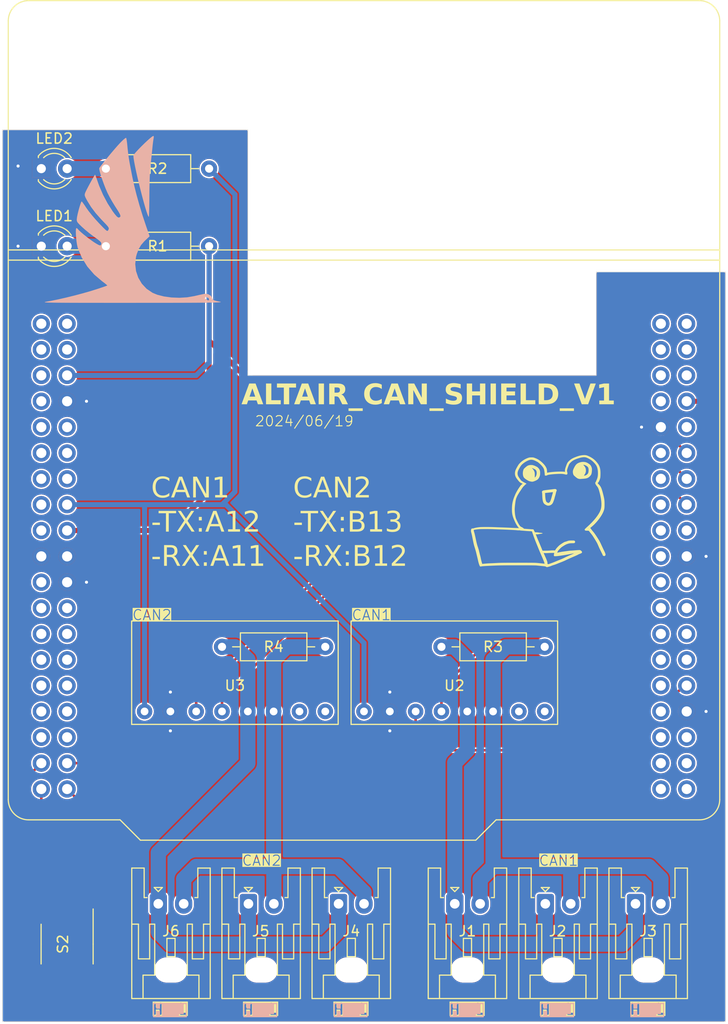
<source format=kicad_pcb>
(kicad_pcb (version 20221018) (generator pcbnew)
  (layers (0 "F.Cu" signal) (31 "B.Cu" signal) (34 "B.Paste" user) (35 "F.Paste" user) (36 "B.SilkS" user "B.Silkscreen") (37 "F.SilkS" user "F.Silkscreen") (38 "B.Mask" user) (39 "F.Mask" user) (44 "Edge.Cuts" user))
  (net 0 "")
  (net 1 "GND")
  (net 2 "+3.3V")
  (net 3 "CANH1")
  (net 4 "CANL1")
  (net 5 "CANH2")
  (net 6 "CANL2")
  (net 7 "Net-(LED2-A)")
  (net 8 "Net-(U1-PC0(PB9))")
  (net 9 "Net-(U1-PC1(PB9))")
  (net 10 "Net-(U1-PC2)")
  (net 11 "Net-(U1-PC3)")
  (net 12 "B13(CTX)")
  (net 13 "B12(CRX)")
  (net 16 "A12(CTX)")
  (net 17 "A11(CRX)")
  (net 23 "Net-(LED1-A)")
  (net 30 "+5V")
  (footprint "AltairMD_V6:altair1" (layer "F.Cu") (at 168.925574 102.317756)
    (fp_text reference "G***" hide)
    (fp_text value "LOGO" hide)
  )
  (footprint "Connector_JST:JST_XA_S02B-XASK-1_1x02_P2.50mm_Horizontal" (layer "F.Cu") (at 176.57 140.82)
    (fp_text reference "J3" (at 1.25 2.69) (layer "F.SilkS"))
    (fp_text value "CAN1")
    (pad "" np_thru_hole oval (at 1.25 6.5) (size 2.8 2) (drill oval 2.8 2) (layers "*.Cu" "*.Mask"))
    (pad "1" thru_hole roundrect (at 0 0) (size 1.7 1.95) (drill 0.95) (layers "*.Cu" "*.Mask") (roundrect_rratio 0.1470588235) (net 3 "CANH1"))
    (pad "2" thru_hole oval (at 2.5 0) (size 1.7 1.95) (drill 0.95) (layers "*.Cu" "*.Mask") (net 4 "CANL1"))
  )
  (footprint "Package_SO:SOIC-8_3.9x4.9mm_P1.27mm" (layer "F.Cu") (at 120.65 144.78 -90)
    (fp_text reference "S2" (at 0 0.416 90) (layer "F.SilkS"))
    (fp_text value "KHS42E")
    (pad "1" smd roundrect (at -2.475 -1.905 270) (size 1.95 0.6) (layers "F.Cu" "F.Paste" "F.Mask") (net 8 "Net-(U1-PC0(PB9))"))
    (pad "2" smd roundrect (at -2.475 -0.635 270) (size 1.95 0.6) (layers "F.Cu" "F.Paste" "F.Mask") (net 9 "Net-(U1-PC1(PB9))"))
    (pad "3" smd roundrect (at -2.475 0.635 270) (size 1.95 0.6) (layers "F.Cu" "F.Paste" "F.Mask") (net 10 "Net-(U1-PC2)"))
    (pad "4" smd roundrect (at -2.475 1.905 270) (size 1.95 0.6) (layers "F.Cu" "F.Paste" "F.Mask") (net 11 "Net-(U1-PC3)"))
    (pad "5" smd roundrect (at 2.475 1.905 270) (size 1.95 0.6) (layers "F.Cu" "F.Paste" "F.Mask") (net 1 "GND"))
    (pad "6" smd roundrect (at 2.475 0.635 270) (size 1.95 0.6) (layers "F.Cu" "F.Paste" "F.Mask") (net 1 "GND"))
    (pad "7" smd roundrect (at 2.475 -0.635 270) (size 1.95 0.6) (layers "F.Cu" "F.Paste" "F.Mask") (net 1 "GND"))
    (pad "8" smd roundrect (at 2.475 -1.905 270) (size 1.95 0.6) (layers "F.Cu" "F.Paste" "F.Mask") (net 1 "GND"))
  )
  (footprint "TJA1051:TJA1051" (layer "F.Cu") (at 158.75 116.84)
    (fp_text reference "U2" (at 0 2.54 unlocked) (layer "F.SilkS"))
    (fp_text value "~")
    (pad "1" thru_hole circle (at -8.89 5.08) (size 1.524 1.524) (drill 0.762) (layers "*.Cu" "*.Mask") (net 2 "+3.3V"))
    (pad "2" thru_hole circle (at -6.35 5.08) (size 1.524 1.524) (drill 0.762) (layers "*.Cu" "*.Mask") (net 1 "GND"))
    (pad "3" thru_hole circle (at -3.81 5.08) (size 1.524 1.524) (drill 0.762) (layers "*.Cu" "*.Mask") (net 12 "B13(CTX)"))
    (pad "4" thru_hole circle (at -1.27 5.08) (size 1.524 1.524) (drill 0.762) (layers "*.Cu" "*.Mask") (net 13 "B12(CRX)"))
    (pad "5" thru_hole circle (at 1.27 5.08) (size 1.524 1.524) (drill 0.762) (layers "*.Cu" "*.Mask") (net 3 "CANH1"))
    (pad "6" thru_hole circle (at 3.81 5.08) (size 1.524 1.524) (drill 0.762) (layers "*.Cu" "*.Mask") (net 4 "CANL1"))
    (pad "7" thru_hole circle (at 6.35 5.08) (size 1.524 1.524) (drill 0.762) (layers "*.Cu" "*.Mask"))
    (pad "8" thru_hole circle (at 8.89 5.08) (size 1.524 1.524) (drill 0.762) (layers "*.Cu" "*.Mask"))
  )
  (footprint "Connector_JST:JST_XA_S02B-XASK-1_1x02_P2.50mm_Horizontal" (layer "F.Cu") (at 167.7 140.82)
    (fp_text reference "J2" (at 1.21 2.69) (layer "F.SilkS"))
    (fp_text value "CAN1")
    (pad "" np_thru_hole oval (at 1.25 6.5) (size 2.8 2) (drill oval 2.8 2) (layers "*.Cu" "*.Mask"))
    (pad "1" thru_hole roundrect (at 0 0) (size 1.7 1.95) (drill 0.95) (layers "*.Cu" "*.Mask") (roundrect_rratio 0.1470588235) (net 3 "CANH1"))
    (pad "2" thru_hole oval (at 2.5 0) (size 1.7 1.95) (drill 0.95) (layers "*.Cu" "*.Mask") (net 4 "CANL1"))
  )
  (footprint "Resistor_THT:R_Axial_DIN0207_L6.3mm_D2.5mm_P10.16mm_Horizontal" (layer "F.Cu") (at 157.48 115.57)
    (fp_text reference "R3" (at 5.08 0) (layer "F.SilkS"))
    (fp_text value "110")
    (pad "1" thru_hole circle (at 0 0) (size 1.6 1.6) (drill 0.8) (layers "*.Cu" "*.Mask") (net 3 "CANH1"))
    (pad "2" thru_hole oval (at 10.16 0) (size 1.6 1.6) (drill 0.8) (layers "*.Cu" "*.Mask") (net 4 "CANL1"))
  )
  (footprint "TJA1051:TJA1051" (layer "F.Cu") (at 137.16 116.84)
    (fp_text reference "U3" (at 0 2.54 unlocked) (layer "F.SilkS"))
    (fp_text value "~")
    (pad "1" thru_hole circle (at -8.89 5.08) (size 1.524 1.524) (drill 0.762) (layers "*.Cu" "*.Mask") (net 2 "+3.3V"))
    (pad "2" thru_hole circle (at -6.35 5.08) (size 1.524 1.524) (drill 0.762) (layers "*.Cu" "*.Mask") (net 1 "GND"))
    (pad "3" thru_hole circle (at -3.81 5.08) (size 1.524 1.524) (drill 0.762) (layers "*.Cu" "*.Mask") (net 16 "A12(CTX)"))
    (pad "4" thru_hole circle (at -1.27 5.08) (size 1.524 1.524) (drill 0.762) (layers "*.Cu" "*.Mask") (net 17 "A11(CRX)"))
    (pad "5" thru_hole circle (at 1.27 5.08) (size 1.524 1.524) (drill 0.762) (layers "*.Cu" "*.Mask") (net 5 "CANH2"))
    (pad "6" thru_hole circle (at 3.81 5.08) (size 1.524 1.524) (drill 0.762) (layers "*.Cu" "*.Mask") (net 6 "CANL2"))
    (pad "7" thru_hole circle (at 6.35 5.08) (size 1.524 1.524) (drill 0.762) (layers "*.Cu" "*.Mask"))
    (pad "8" thru_hole circle (at 8.89 5.08) (size 1.524 1.524) (drill 0.762) (layers "*.Cu" "*.Mask"))
  )
  (footprint "Connector_JST:JST_XA_S02B-XASK-1_1x02_P2.50mm_Horizontal" (layer "F.Cu") (at 147.36 140.82)
    (fp_text reference "J4" (at 1.25 2.69) (layer "F.SilkS"))
    (fp_text value "CAN2")
    (pad "" np_thru_hole oval (at 1.25 6.5) (size 2.8 2) (drill oval 2.8 2) (layers "*.Cu" "*.Mask"))
    (pad "1" thru_hole roundrect (at 0 0) (size 1.7 1.95) (drill 0.95) (layers "*.Cu" "*.Mask") (roundrect_rratio 0.1470588235) (net 5 "CANH2"))
    (pad "2" thru_hole oval (at 2.5 0) (size 1.7 1.95) (drill 0.95) (layers "*.Cu" "*.Mask") (net 6 "CANL2"))
  )
  (footprint "Resistor_THT:R_Axial_DIN0207_L6.3mm_D2.5mm_P10.16mm_Horizontal" (layer "F.Cu") (at 135.89 115.57)
    (fp_text reference "R4" (at 5.08 0) (layer "F.SilkS"))
    (fp_text value "110")
    (pad "1" thru_hole circle (at 0 0) (size 1.6 1.6) (drill 0.8) (layers "*.Cu" "*.Mask") (net 5 "CANH2"))
    (pad "2" thru_hole oval (at 10.16 0) (size 1.6 1.6) (drill 0.8) (layers "*.Cu" "*.Mask") (net 6 "CANL2"))
  )
  (footprint "LED_THT:LED_D3.0mm" (layer "F.Cu") (at 118.11 68.58)
    (fp_text reference "LED2" (at 1.27 -2.96) (layer "F.SilkS"))
    (fp_text value "3.3v")
    (pad "1" thru_hole rect (at 0 0) (size 1.8 1.8) (drill 0.9) (layers "*.Cu" "*.Mask") (net 1 "GND"))
    (pad "2" thru_hole circle (at 2.54 0) (size 1.8 1.8) (drill 0.9) (layers "*.Cu" "*.Mask") (net 7 "Net-(LED2-A)"))
  )
  (footprint "Connector_JST:JST_XA_S02B-XASK-1_1x02_P2.50mm_Horizontal" (layer "F.Cu") (at 138.49 140.82)
    (fp_text reference "J5" (at 1.21 2.69) (layer "F.SilkS"))
    (fp_text value "CAN2")
    (pad "" np_thru_hole oval (at 1.25 6.5) (size 2.8 2) (drill oval 2.8 2) (layers "*.Cu" "*.Mask"))
    (pad "1" thru_hole roundrect (at 0 0) (size 1.7 1.95) (drill 0.95) (layers "*.Cu" "*.Mask") (roundrect_rratio 0.1470588235) (net 5 "CANH2"))
    (pad "2" thru_hole oval (at 2.5 0) (size 1.7 1.95) (drill 0.95) (layers "*.Cu" "*.Mask") (net 6 "CANL2"))
  )
  (footprint "Connector_JST:JST_XA_S02B-XASK-1_1x02_P2.50mm_Horizontal" (layer "F.Cu") (at 158.79 140.82)
    (fp_text reference "J1" (at 1.25 2.69) (layer "F.SilkS"))
    (fp_text value "CAN1")
    (pad "" np_thru_hole oval (at 1.25 6.5) (size 2.8 2) (drill oval 2.8 2) (layers "*.Cu" "*.Mask"))
    (pad "1" thru_hole roundrect (at 0 0) (size 1.7 1.95) (drill 0.95) (layers "*.Cu" "*.Mask") (roundrect_rratio 0.1470588235) (net 3 "CANH1"))
    (pad "2" thru_hole oval (at 2.5 0) (size 1.7 1.95) (drill 0.95) (layers "*.Cu" "*.Mask") (net 4 "CANL1"))
  )
  (footprint "LED_THT:LED_D3.0mm" (layer "F.Cu") (at 118.11 76.2)
    (fp_text reference "LED1" (at 1.27 -2.96) (layer "F.SilkS"))
    (fp_text value "5v")
    (pad "1" thru_hole rect (at 0 0) (size 1.8 1.8) (drill 0.9) (layers "*.Cu" "*.Mask") (net 1 "GND"))
    (pad "2" thru_hole circle (at 2.54 0) (size 1.8 1.8) (drill 0.9) (layers "*.Cu" "*.Mask") (net 23 "Net-(LED1-A)"))
  )
  (footprint "Library:STM32F446RE_Nucleo" (layer "F.Cu") (at 148.774214 104.984214)
    (fp_text reference "U1" hide)
    (fp_text value "~" hide)
    (pad "1" thru_hole circle (at -28.124214 -5.924214) (size 1.7 1.7) (drill 1) (layers "*.Cu" "*.Mask"))
    (pad "2" thru_hole circle (at -30.664214 -13.544214) (size 1.7 1.7) (drill 1) (layers "*.Cu" "*.Mask"))
    (pad "3" thru_hole circle (at -28.124214 -8.464214) (size 1.7 1.7) (drill 1) (layers "*.Cu" "*.Mask"))
    (pad "4" thru_hole circle (at 30.295786 -13.544214) (size 1.7 1.7) (drill 1) (layers "*.Cu" "*.Mask"))
    (pad "5" thru_hole circle (at -30.664214 -16.084214) (size 1.7 1.7) (drill 1) (layers "*.Cu" "*.Mask"))
    (pad "6" thru_hole circle (at -30.664214 19.475786) (size 1.7 1.7) (drill 1) (layers "*.Cu" "*.Mask"))
    (pad "7" thru_hole circle (at -28.124214 6.775786) (size 1.7 1.7) (drill 1) (layers "*.Cu" "*.Mask"))
    (pad "8" thru_hole circle (at 32.835786 -13.544214) (size 1.7 1.7) (drill 1) (layers "*.Cu" "*.Mask") (net 30 "+5V"))
    (pad "9" thru_hole circle (at -28.124214 -16.084214) (size 1.7 1.7) (drill 1) (layers "*.Cu" "*.Mask") (net 30 "+5V"))
    (pad "10" thru_hole circle (at -28.124214 -0.844214) (size 1.7 1.7) (drill 1) (layers "*.Cu" "*.Mask") (net 30 "+5V"))
    (pad "11" thru_hole circle (at -28.124214 -3.384214) (size 1.7 1.7) (drill 1) (layers "*.Cu" "*.Mask") (net 2 "+3.3V"))
    (pad "12" thru_hole circle (at -28.124214 11.855786) (size 1.7 1.7) (drill 1) (layers "*.Cu" "*.Mask"))
    (pad "13" thru_hole circle (at -28.124214 14.395786) (size 1.7 1.7) (drill 1) (layers "*.Cu" "*.Mask"))
    (pad "14" thru_hole circle (at 30.295786 22.015786) (size 1.7 1.7) (drill 1) (layers "*.Cu" "*.Mask"))
    (pad "15" thru_hole circle (at 30.295786 24.555786) (size 1.7 1.7) (drill 1) (layers "*.Cu" "*.Mask"))
    (pad "16" thru_hole circle (at -28.124214 16.935786) (size 1.7 1.7) (drill 1) (layers "*.Cu" "*.Mask"))
    (pad "17" thru_hole circle (at 30.295786 -8.464214) (size 1.7 1.7) (drill 1) (layers "*.Cu" "*.Mask"))
    (pad "18" thru_hole circle (at 30.295786 -5.924214) (size 1.7 1.7) (drill 1) (layers "*.Cu" "*.Mask"))
    (pad "19" thru_hole circle (at 30.295786 -3.384214) (size 1.7 1.7) (drill 1) (layers "*.Cu" "*.Mask"))
    (pad "20" thru_hole circle (at 30.295786 6.775786) (size 1.7 1.7) (drill 1) (layers "*.Cu" "*.Mask"))
    (pad "21" thru_hole circle (at 30.295786 4.235786) (size 1.7 1.7) (drill 1) (layers "*.Cu" "*.Mask"))
    (pad "22" thru_hole circle (at 30.295786 19.475786) (size 1.7 1.7) (drill 1) (layers "*.Cu" "*.Mask"))
    (pad "23" thru_hole circle (at 32.835786 -5.924214) (size 1.7 1.7) (drill 1) (layers "*.Cu" "*.Mask") (net 17 "A11(CRX)"))
    (pad "24" thru_hole circle (at 32.835786 -8.464214) (size 1.7 1.7) (drill 1) (layers "*.Cu" "*.Mask") (net 16 "A12(CTX)"))
    (pad "25" thru_hole circle (at -30.664214 -5.924214) (size 1.7 1.7) (drill 1) (layers "*.Cu" "*.Mask"))
    (pad "26" thru_hole circle (at -30.664214 -3.384214) (size 1.7 1.7) (drill 1) (layers "*.Cu" "*.Mask"))
    (pad "27" thru_hole circle (at -30.664214 -0.844214) (size 1.7 1.7) (drill 1) (layers "*.Cu" "*.Mask"))
    (pad "28" thru_hole circle (at -28.124214 -18.624214) (size 1.7 1.7) (drill 1) (layers "*.Cu" "*.Mask"))
    (pad "29" thru_hole circle (at -30.664214 14.395786) (size 1.7 1.7) (drill 1) (layers "*.Cu" "*.Mask"))
    (pad "30" thru_hole circle (at -30.664214 16.935786) (size 1.7 1.7) (drill 1) (layers "*.Cu" "*.Mask"))
    (pad "31" thru_hole circle (at -28.124214 19.475786) (size 1.7 1.7) (drill 1) (layers "*.Cu" "*.Mask"))
    (pad "32" thru_hole circle (at 32.835786 6.775786) (size 1.7 1.7) (drill 1) (layers "*.Cu" "*.Mask"))
    (pad "33" thru_hole circle (at 32.835786 4.235786) (size 1.7 1.7) (drill 1) (layers "*.Cu" "*.Mask"))
    (pad "34" thru_hole circle (at 30.295786 16.935786) (size 1.7 1.7) (drill 1) (layers "*.Cu" "*.Mask"))
    (pad "35" thru_hole circle (at 30.295786 11.855786) (size 1.7 1.7) (drill 1) (layers "*.Cu" "*.Mask"))
    (pad "36" thru_hole circle (at 30.295786 14.395786) (size 1.7 1.7) (drill 1) (layers "*.Cu" "*.Mask"))
    (pad "37" thru_hole circle (at 30.295786 -0.844214) (size 1.7 1.7) (drill 1) (layers "*.Cu" "*.Mask"))
    (pad "38" thru_hole circle (at -30.664214 4.235786) (size 1.7 1.7) (drill 1) (layers "*.Cu" "*.Mask"))
    (pad "39" thru_hole circle (at 30.295786 -18.624214) (size 1.7 1.7) (drill 1) (layers "*.Cu" "*.Mask"))
    (pad "40" thru_hole circle (at 30.295786 -16.084214) (size 1.7 1.7) (drill 1) (layers "*.Cu" "*.Mask"))
    (pad "41" thru_hole circle (at 30.295786 9.315786) (size 1.7 1.7) (drill 1) (layers "*.Cu" "*.Mask"))
    (pad "42" thru_hole circle (at 32.835786 -3.384214) (size 1.7 1.7) (drill 1) (layers "*.Cu" "*.Mask") (net 13 "B12(CRX)"))
    (pad "43" thru_hole circle (at 32.835786 14.395786) (size 1.7 1.7) (drill 1) (layers "*.Cu" "*.Mask") (net 12 "B13(CTX)"))
    (pad "44" thru_hole circle (at 32.835786 11.855786) (size 1.7 1.7) (drill 1) (layers "*.Cu" "*.Mask"))
    (pad "45" thru_hole circle (at 32.835786 9.315786) (size 1.7 1.7) (drill 1) (layers "*.Cu" "*.Mask"))
    (pad "46" thru_hole circle (at -28.124214 24.555786) (size 1.7 1.7) (drill 1) (layers "*.Cu" "*.Mask") (net 8 "Net-(U1-PC0(PB9))"))
    (pad "47" thru_hole circle (at -28.124214 22.015786) (size 1.7 1.7) (drill 1) (layers "*.Cu" "*.Mask") (net 9 "Net-(U1-PC1(PB9))"))
    (pad "48" thru_hole circle (at -30.664214 22.015786) (size 1.7 1.7) (drill 1) (layers "*.Cu" "*.Mask") (net 10 "Net-(U1-PC2)"))
    (pad "49" thru_hole circle (at -30.664214 24.555786) (size 1.7 1.7) (drill 1) (layers "*.Cu" "*.Mask") (net 11 "Net-(U1-PC3)"))
    (pad "50" thru_hole circle (at 32.835786 19.475786) (size 1.7 1.7) (drill 1) (layers "*.Cu" "*.Mask"))
    (pad "51" thru_hole circle (at 32.835786 -16.084214) (size 1.7 1.7) (drill 1) (layers "*.Cu" "*.Mask"))
    (pad "52" thru_hole circle (at 32.835786 -18.624214) (size 1.7 1.7) (drill 1) (layers "*.Cu" "*.Mask"))
    (pad "53" thru_hole circle (at 30.295786 1.695786) (size 1.7 1.7) (drill 1) (layers "*.Cu" "*.Mask"))
    (pad "54" thru_hole circle (at 32.835786 -21.164214) (size 1.7 1.7) (drill 1) (layers "*.Cu" "*.Mask"))
    (pad "55" thru_hole circle (at 30.295786 -21.164214 270) (size 1.7 1.7) (drill 1) (layers "*.Cu" "*.Mask"))
    (pad "56" thru_hole circle (at -30.664214 -21.164214) (size 1.7 1.7) (drill 1) (layers "*.Cu" "*.Mask"))
    (pad "57" thru_hole circle (at -28.124214 -21.164214) (size 1.7 1.7) (drill 1) (layers "*.Cu" "*.Mask"))
    (pad "58" thru_hole circle (at -30.664214 -18.624214) (size 1.7 1.7) (drill 1) (layers "*.Cu" "*.Mask"))
    (pad "59" thru_hole circle (at -30.664214 6.775786) (size 1.7 1.7) (drill 1) (layers "*.Cu" "*.Mask"))
    (pad "60" thru_hole circle (at -30.664214 9.315786) (size 1.7 1.7) (drill 1) (layers "*.Cu" "*.Mask"))
    (pad "61" thru_hole circle (at -30.664214 11.855786) (size 1.7 1.7) (drill 1) (layers "*.Cu" "*.Mask"))
    (pad "62" thru_hole circle (at -30.664214 1.695786) (size 1.7 1.7) (drill 1) (layers "*.Cu" "*.Mask") (net 1 "GND"))
    (pad "62" thru_hole circle (at -28.124214 -13.544214) (size 1.7 1.7) (drill 1) (layers "*.Cu" "*.Mask") (net 1 "GND"))
    (pad "62" thru_hole circle (at -28.124214 1.695786) (size 1.7 1.7) (drill 1) (layers "*.Cu" "*.Mask") (net 1 "GND"))
    (pad "62" thru_hole circle (at -28.124214 4.235786) (size 1.7 1.7) (drill 1) (layers "*.Cu" "*.Mask") (net 1 "GND"))
    (pad "62" thru_hole circle (at 30.295786 -11.004214) (size 1.7 1.7) (drill 1) (layers "*.Cu" "*.Mask") (net 1 "GND"))
    (pad "62" thru_hole circle (at 32.835786 1.695786) (size 1.7 1.7) (drill 1) (layers "*.Cu" "*.Mask") (net 1 "GND"))
    (pad "62" thru_hole circle (at 32.835786 16.935786) (size 1.7 1.7) (drill 1) (layers "*.Cu" "*.Mask") (net 1 "GND"))
    (pad "63" thru_hole circle (at -30.664214 -8.464214) (size 1.7 1.7) (drill 1) (layers "*.Cu" "*.Mask"))
    (pad "64" thru_hole circle (at -28.124214 -11.004214) (size 1.7 1.7) (drill 1) (layers "*.Cu" "*.Mask"))
    (pad "65" thru_hole circle (at -30.664214 -11.004214) (size 1.7 1.7) (drill 1) (layers "*.Cu" "*.Mask"))
    (pad "66" thru_hole circle (at -28.124214 9.315786) (size 1.7 1.7) (drill 1) (layers "*.Cu" "*.Mask"))
    (pad "67" thru_hole circle (at 32.835786 -11.004214) (size 1.7 1.7) (drill 1) (layers "*.Cu" "*.Mask"))
    (pad "68" thru_hole circle (at 32.835786 -0.844214) (size 1.7 1.7) (drill 1) (layers "*.Cu" "*.Mask"))
    (pad "69" thru_hole circle (at 32.835786 22.015786) (size 1.7 1.7) (drill 1) (layers "*.Cu" "*.Mask"))
    (pad "70" thru_hole circle (at 32.835786 24.555786) (size 1.7 1.7) (drill 1) (layers "*.Cu" "*.Mask"))
  )
  (footprint "Resistor_THT:R_Axial_DIN0207_L6.3mm_D2.5mm_P10.16mm_Horizontal" (layer "F.Cu") (at 124.46 68.58)
    (fp_text reference "R2" (at 5.08 0) (layer "F.SilkS"))
    (fp_text value "4.7k")
    (pad "1" thru_hole circle (at 0 0) (size 1.6 1.6) (drill 0.8) (layers "*.Cu" "*.Mask") (net 7 "Net-(LED2-A)"))
    (pad "2" thru_hole oval (at 10.16 0) (size 1.6 1.6) (drill 0.8) (layers "*.Cu" "*.Mask") (net 2 "+3.3V"))
  )
  (footprint "Resistor_THT:R_Axial_DIN0207_L6.3mm_D2.5mm_P10.16mm_Horizontal" (layer "F.Cu") (at 124.46 76.2)
    (fp_text reference "R1" (at 5.08 0) (layer "F.SilkS"))
    (fp_text value "4.7k")
    (pad "1" thru_hole circle (at 0 0) (size 1.6 1.6) (drill 0.8) (layers "*.Cu" "*.Mask") (net 23 "Net-(LED1-A)"))
    (pad "2" thru_hole oval (at 10.16 0) (size 1.6 1.6) (drill 0.8) (layers "*.Cu" "*.Mask") (net 30 "+5V"))
  )
  (footprint "Connector_JST:JST_XA_S02B-XASK-1_1x02_P2.50mm_Horizontal" (layer "F.Cu") (at 129.62 140.82)
    (fp_text reference "J6" (at 1.25 2.69) (layer "F.SilkS"))
    (fp_text value "CAN2")
    (pad "" np_thru_hole oval (at 1.25 6.5) (size 2.8 2) (drill oval 2.8 2) (layers "*.Cu" "*.Mask"))
    (pad "1" thru_hole roundrect (at 0 0) (size 1.7 1.95) (drill 0.95) (layers "*.Cu" "*.Mask") (roundrect_rratio 0.1470588235) (net 5 "CANH2"))
    (pad "2" thru_hole oval (at 2.5 0) (size 1.7 1.95) (drill 0.95) (layers "*.Cu" "*.Mask") (net 6 "CANL2"))
  )
  (footprint "Library:sken" (layer "B.Cu") (at 127 80.01 180)
    (fp_text reference "G***" hide)
    (fp_text value "LOGO" hide)
  )
  (gr_line (start 172.72 88.9) (end 172.72 78.74) (stroke (width 0.05)) (layer "Edge.Cuts"))
  (gr_line (start 138.43 64.77) (end 138.43 88.9) (stroke (width 0.05)) (layer "Edge.Cuts"))
  (gr_line (start 114.3 152.4) (end 114.3 64.77) (stroke (width 0.05)) (layer "Edge.Cuts"))
  (gr_line (start 165.1 88.9) (end 172.72 88.9) (stroke (width 0.05)) (layer "Edge.Cuts"))
  (gr_line (start 114.3 64.77) (end 138.43 64.77) (stroke (width 0.05)) (layer "Edge.Cuts"))
  (gr_line (start 185.42 78.74) (end 185.42 152.4) (stroke (width 0.05)) (layer "Edge.Cuts"))
  (gr_line (start 185.42 152.4) (end 114.3 152.4) (stroke (width 0.05)) (layer "Edge.Cuts"))
  (gr_line (start 172.72 78.74) (end 185.42 78.74) (stroke (width 0.05)) (layer "Edge.Cuts"))
  (gr_line (start 138.43 88.9) (end 165.1 88.9) (stroke (width 0.05)) (layer "Edge.Cuts"))
  (gr_text "L  H" (at 141.478 151.892) (layer "B.SilkS" knockout) (effects (font (size 1 1) (thickness 0.2) bold) (justify left bottom mirror)))
  (gr_text "L  H" (at 161.798 151.892) (layer "B.SilkS" knockout) (effects (font (size 1 1) (thickness 0.2) bold) (justify left bottom mirror)))
  (gr_text "L  H" (at 150.368 151.892) (layer "B.SilkS" knockout) (effects (font (size 1 1) (thickness 0.2) bold) (justify left bottom mirror)))
  (gr_text "L  H" (at 179.548952 151.892) (layer "B.SilkS" knockout) (effects (font (size 1 1) (thickness 0.2) bold) (justify left bottom mirror)))
  (gr_text "L  H" (at 132.588 151.892) (layer "B.SilkS" knockout) (effects (font (size 1 1) (thickness 0.2) bold) (justify left bottom mirror)))
  (gr_text "L  H" (at 170.688 151.892) (layer "B.SilkS" knockout) (effects (font (size 1 1) (thickness 0.2) bold) (justify left bottom mirror)))
  (gr_text "H  L" (at 137.795 151.765) (layer "F.SilkS" knockout) (effects (font (size 1 1) (thickness 0.2) bold) (justify left bottom)))
  (gr_text "H  L" (at 146.685 151.765) (layer "F.SilkS" knockout) (effects (font (size 1 1) (thickness 0.2) bold) (justify left bottom)))
  (gr_text "CAN1  \n-TX:A12\n-RX:A11" (at 128.905 107.95) (layer "F.SilkS") (effects (font (size 2 2) (thickness 0.2)) (justify left bottom)))
  (gr_text "CAN2" (at 137.795 137.16) (layer "F.SilkS" knockout) (effects (font (size 1 1) (thickness 0.1)) (justify left bottom)))
  (gr_text "CAN1" (at 148.59 113.03) (layer "F.SilkS" knockout) (effects (font (size 1 1) (thickness 0.1)) (justify left bottom)))
  (gr_text "CAN2" (at 127 113.03) (layer "F.SilkS" knockout) (effects (font (size 1 1) (thickness 0.1)) (justify left bottom)))
  (gr_text "H  L" (at 158.115 151.765) (layer "F.SilkS" knockout) (effects (font (size 1 1) (thickness 0.2) bold) (justify left bottom)))
  (gr_text "H  L" (at 128.905 151.765) (layer "F.SilkS" knockout) (effects (font (size 1 1) (thickness 0.2) bold) (justify left bottom)))
  (gr_text "2024/06/19" (at 139.065 93.98) (layer "F.SilkS") (effects (font (size 1 1) (thickness 0.1)) (justify left bottom)))
  (gr_text "H  L" (at 175.895 151.765) (layer "F.SilkS" knockout) (effects (font (size 1 1) (thickness 0.2) bold) (justify left bottom)))
  (gr_text "ALTAIR_CAN_SHIELD_V1" (at 137.795 92.075) (layer "F.SilkS") (effects (font (size 2 2) (thickness 0.3) bold) (justify left bottom)))
  (gr_text "\nCAN2　\n-TX:B13\n-RX:B12 " (at 142.875 107.95) (layer "F.SilkS") (effects (font (size 2 2) (thickness 0.2)) (justify left bottom)))
  (gr_text "CAN1" (at 167.005 137.16) (layer "F.SilkS" knockout) (effects (font (size 1 1) (thickness 0.1)) (justify left bottom)))
  (gr_text "H  L" (at 167.005 151.765) (layer "F.SilkS" knockout) (effects (font (size 1 1) (thickness 0.2) bold) (justify left bottom)))
  (segment (start 152.4 121.92) (end 152.4 123.825) (width 0.2) (layer "F.Cu") (net 1))
  (segment (start 118.11 68.58) (end 116.078 68.58) (width 0.2) (layer "F.Cu") (net 1))
  (segment (start 116.078 68.58) (end 115.824 68.326) (width 0.2) (layer "F.Cu") (net 1))
  (segment (start 118.11 76.2) (end 115.824 76.2) (width 0.2) (layer "F.Cu") (net 1))
  (segment (start 130.81 121.92) (end 130.81 123.825) (width 0.2) (layer "F.Cu") (net 1))
  (segment (start 152.4 121.92) (end 152.4 120.015) (width 0.2) (layer "F.Cu") (net 1))
  (segment (start 130.81 121.92) (end 130.81 120.015) (width 0.2) (layer "F.Cu") (net 1))
  (via (at 122.555 109.22) (size 0.6) (drill 0.3) (layers "F.Cu" "B.Cu") (net 1))
  (via (at 130.81 120.015) (size 0.6) (drill 0.3) (layers "F.Cu" "B.Cu") (net 1))
  (via (at 152.4 123.825) (size 0.6) (drill 0.3) (layers "F.Cu" "B.Cu") (net 1))
  (via (at 130.81 123.825) (size 0.6) (drill 0.3) (layers "F.Cu" "B.Cu") (net 1))
  (via (at 115.824 76.2) (size 0.6) (drill 0.3) (layers "F.Cu" "B.Cu") (net 1))
  (via (at 152.4 120.015) (size 0.6) (drill 0.3) (layers "F.Cu" "B.Cu") (net 1))
  (via (at 115.824 68.326) (size 0.6) (drill 0.3) (layers "F.Cu" "B.Cu") (net 1))
  (via (at 177.165 93.98) (size 0.6) (drill 0.3) (layers "F.Cu" "B.Cu") (net 1))
  (via (at 183.515 121.92) (size 0.6) (drill 0.3) (layers "F.Cu" "B.Cu") (net 1))
  (via (at 183.515 106.68) (size 0.6) (drill 0.3) (layers "F.Cu" "B.Cu") (net 1))
  (via (at 122.555 91.44) (size 0.6) (drill 0.3) (layers "F.Cu" "B.Cu") (net 1))
  (segment (start 135.89 101.6) (end 137.16 100.33) (width 0.5) (layer "B.Cu") (net 2))
  (segment (start 137.16 100.33) (end 137.16 71.12) (width 0.5) (layer "B.Cu") (net 2))
  (segment (start 120.65 101.6) (end 128.27 101.6) (width 0.5) (layer "B.Cu") (net 2))
  (segment (start 128.27 101.6) (end 135.89 101.6) (width 0.5) (layer "B.Cu") (net 2))
  (segment (start 136.266711 101.6) (end 149.86 115.193289) (width 0.5) (layer "B.Cu") (net 2))
  (segment (start 128.27 121.92) (end 128.27 101.6) (width 0.5) (layer "B.Cu") (net 2))
  (segment (start 149.86 115.193289) (end 149.86 121.92) (width 0.5) (layer "B.Cu") (net 2))
  (segment (start 135.89 101.6) (end 136.266711 101.6) (width 0.5) (layer "B.Cu") (net 2))
  (segment (start 137.16 71.12) (end 134.62 68.58) (width 0.5) (layer "B.Cu") (net 2))
  (segment (start 167.64 144.78) (end 175.26 144.78) (width 1.5) (layer "B.Cu") (net 3))
  (segment (start 158.79 143.55) (end 160.02 144.78) (width 1.5) (layer "B.Cu") (net 3))
  (segment (start 160.02 116.84) (end 160.02 121.92) (width 1.5) (layer "B.Cu") (net 3))
  (segment (start 158.79 126.96) (end 160.02 125.73) (width 1.5) (layer "B.Cu") (net 3))
  (segment (start 167.7 140.82) (end 167.7 144.72) (width 1.5) (layer "B.Cu") (net 3))
  (segment (start 175.26 144.78) (end 176.57 143.47) (width 1.5) (layer "B.Cu") (net 3))
  (segment (start 158.75 115.57) (end 160.02 116.84) (width 1.5) (layer "B.Cu") (net 3))
  (segment (start 167.7 144.72) (end 167.64 144.78) (width 1.5) (layer "B.Cu") (net 3))
  (segment (start 158.79 140.82) (end 158.79 143.55) (width 1.5) (layer "B.Cu") (net 3))
  (segment (start 157.48 115.57) (end 158.75 115.57) (width 1.5) (layer "B.Cu") (net 3))
  (segment (start 158.79 140.82) (end 158.79 126.96) (width 1.5) (layer "B.Cu") (net 3))
  (segment (start 160.02 144.78) (end 167.64 144.78) (width 1.5) (layer "B.Cu") (net 3))
  (segment (start 176.57 143.47) (end 176.57 140.82) (width 1.5) (layer "B.Cu") (net 3))
  (segment (start 160.02 125.73) (end 160.02 121.92) (width 1.5) (layer "B.Cu") (net 3))
  (segment (start 161.29 140.82) (end 161.29 138.43) (width 1.5) (layer "B.Cu") (net 4))
  (segment (start 170.2 140.82) (end 170.2 137.18) (width 1.5) (layer "B.Cu") (net 4))
  (segment (start 162.56 121.92) (end 162.56 116.84) (width 1.5) (layer "B.Cu") (net 4))
  (segment (start 162.56 137.16) (end 170.18 137.16) (width 1.5) (layer "B.Cu") (net 4))
  (segment (start 162.56 121.92) (end 162.56 137.16) (width 1.5) (layer "B.Cu") (net 4))
  (segment (start 161.29 138.43) (end 162.56 137.16) (width 1.5) (layer "B.Cu") (net 4))
  (segment (start 162.56 116.84) (end 163.83 115.57) (width 1.5) (layer "B.Cu") (net 4))
  (segment (start 179.07 138.345) (end 179.07 140.82) (width 1.5) (layer "B.Cu") (net 4))
  (segment (start 170.18 137.16) (end 177.885 137.16) (width 1.5) (layer "B.Cu") (net 4))
  (segment (start 177.885 137.16) (end 179.07 138.345) (width 1.5) (layer "B.Cu") (net 4))
  (segment (start 163.83 115.57) (end 167.64 115.57) (width 1.5) (layer "B.Cu") (net 4))
  (segment (start 170.2 137.18) (end 170.18 137.16) (width 1.5) (layer "B.Cu") (net 4))
  (segment (start 138.43 116.84) (end 137.16 115.57) (width 1.5) (layer "B.Cu") (net 5))
  (segment (start 138.49 140.82) (end 138.49 144.72) (width 1.5) (layer "B.Cu") (net 5))
  (segment (start 138.43 144.78) (end 146.05 144.78) (width 1.5) (layer "B.Cu") (net 5))
  (segment (start 138.43 127) (end 138.43 121.92) (width 1.5) (layer "B.Cu") (net 5))
  (segment (start 129.641573 140.841573) (end 129.641573 143.611573) (width 1.5) (layer "B.Cu") (net 5))
  (segment (start 138.49 144.72) (end 138.43 144.78) (width 1.5) (layer "B.Cu") (net 5))
  (segment (start 146.05 144.78) (end 147.36 143.47) (width 1.5) (layer "B.Cu") (net 5))
  (segment (start 137.16 115.57) (end 135.89 115.57) (width 1.5) (layer "B.Cu") (net 5))
  (segment (start 138.43 121.92) (end 138.43 116.84) (width 1.5) (layer "B.Cu") (net 5))
  (segment (start 129.641573 143.611573) (end 130.81 144.78) (width 1.5) (layer "B.Cu") (net 5))
  (segment (start 147.36 143.47) (end 147.36 140.82) (width 1.5) (layer "B.Cu") (net 5))
  (segment (start 129.62 135.81) (end 138.43 127) (width 1.5) (layer "B.Cu") (net 5))
  (segment (start 129.62 140.82) (end 129.62 135.81) (width 1.5) (layer "B.Cu") (net 5))
  (segment (start 129.62 140.82) (end 129.641573 140.841573) (width 1.5) (layer "B.Cu") (net 5))
  (segment (start 130.81 144.78) (end 138.43 144.78) (width 1.5) (layer "B.Cu") (net 5))
  (segment (start 147.32 137.16) (end 149.86 139.7) (width 1.5) (layer "B.Cu") (net 6))
  (segment (start 132.12 138.39) (end 133.35 137.16) (width 1.5) (layer "B.Cu") (net 6))
  (segment (start 140.99 140.82) (end 140.99 137.18) (width 1.5) (layer "B.Cu") (net 6))
  (segment (start 140.97 116.84) (end 142.24 115.57) (width 1.5) (layer "B.Cu") (net 6))
  (segment (start 132.12 140.82) (end 132.12 138.39) (width 1.5) (layer "B.Cu") (net 6))
  (segment (start 140.97 137.16) (end 147.32 137.16) (width 1.5) (layer "B.Cu") (net 6))
  (segment (start 140.97 121.92) (end 140.97 116.84) (width 1.5) (layer "B.Cu") (net 6))
  (segment (start 142.24 115.57) (end 146.05 115.57) (width 1.5) (layer "B.Cu") (net 6))
  (segment (start 149.86 139.7) (end 149.86 140.82) (width 1.5) (layer "B.Cu") (net 6))
  (segment (start 133.35 137.16) (end 140.97 137.16) (width 1.5) (layer "B.Cu") (net 6))
  (segment (start 140.97 137.16) (end 140.99 137.18) (width 1.5) (layer "B.Cu") (net 6))
  (segment (start 140.97 121.92) (end 140.97 137.16) (width 1.5) (layer "B.Cu") (net 6))
  (segment (start 120.65 68.58) (end 124.46 68.58) (width 1.5) (layer "B.Cu") (net 7))
  (segment (start 122.555 142.305) (end 122.555 131.445) (width 0.25) (layer "F.Cu") (net 8))
  (segment (start 122.555 131.445) (end 120.65 129.54) (width 0.25) (layer "F.Cu") (net 8))
  (segment (start 121.285 143.891) (end 121.412 144.018) (width 0.25) (layer "F.Cu") (net 9))
  (segment (start 121.412 144.018) (end 123.444 144.018) (width 0.25) (layer "F.Cu") (net 9))
  (segment (start 124.079 143.383) (end 124.079 128.397) (width 0.25) (layer "F.Cu") (net 9))
  (segment (start 123.444 144.018) (end 124.079 143.383) (width 0.25) (layer "F.Cu") (net 9))
  (segment (start 124.079 128.397) (end 122.682 127) (width 0.25) (layer "F.Cu") (net 9))
  (segment (start 122.682 127) (end 120.65 127) (width 0.25) (layer "F.Cu") (net 9))
  (segment (start 121.285 142.305) (end 121.285 143.891) (width 0.25) (layer "F.Cu") (net 9))
  (segment (start 116.332 128.778) (end 118.11 127) (width 0.25) (layer "F.Cu") (net 10))
  (segment (start 117.221 144.145) (end 116.332 143.256) (width 0.25) (layer "F.Cu") (net 10))
  (segment (start 119.507 144.145) (end 117.221 144.145) (width 0.25) (layer "F.Cu") (net 10))
  (segment (start 120.015 143.637) (end 119.507 144.145) (width 0.25) (layer "F.Cu") (net 10))
  (segment (start 116.332 143.256) (end 116.332 128.778) (width 0.25) (layer "F.Cu") (net 10))
  (segment (start 120.015 142.305) (end 120.015 143.637) (width 0.25) (layer "F.Cu") (net 10))
  (segment (start 118.11 129.54) (end 118.11 140.081) (width 0.25) (layer "F.Cu") (net 11))
  (segment (start 118.745 140.716) (end 118.745 142.305) (width 0.25) (layer "F.Cu") (net 11))
  (segment (start 118.11 140.081) (end 118.745 140.716) (width 0.25) (layer "F.Cu") (net 11))
  (segment (start 154.94 123.825) (end 154.94 121.92) (width 0.25) (layer "F.Cu") (net 12))
  (segment (start 180.34 120.396) (end 180.34 125.476) (width 0.25) (layer "F.Cu") (net 12))
  (segment (start 181.61 119.38) (end 181.356 119.38) (width 0.25) (layer "F.Cu") (net 12))
  (segment (start 180.34 125.476) (end 180.086 125.73) (width 0.25) (layer "F.Cu") (net 12))
  (segment (start 180.086 125.73) (end 156.845 125.73) (width 0.25) (layer "F.Cu") (net 12))
  (segment (start 181.356 119.38) (end 180.34 120.396) (width 0.25) (layer "F.Cu") (net 12))
  (segment (start 156.845 125.73) (end 154.94 123.825) (width 0.25) (layer "F.Cu") (net 12))
  (segment (start 157.48 119.634) (end 176.784 100.33) (width 0.25) (layer "F.Cu") (net 13))
  (segment (start 176.784 100.33) (end 180.34 100.33) (width 0.25) (layer "F.Cu") (net 13))
  (segment (start 180.34 100.33) (end 181.61 101.6) (width 0.25) (layer "F.Cu") (net 13))
  (segment (start 157.48 121.92) (end 157.48 119.634) (width 0.25) (layer "F.Cu") (net 13))
  (segment (start 133.35 120.65) (end 158.75 95.25) (width 0.25) (layer "F.Cu") (net 16))
  (segment (start 133.35 121.92) (end 133.35 120.65) (width 0.25) (layer "F.Cu") (net 16))
  (segment (start 180.34 95.25) (end 181.61 96.52) (width 0.25) (layer "F.Cu") (net 16))
  (segment (start 158.75 95.25) (end 180.34 95.25) (width 0.25) (layer "F.Cu") (net 16))
  (segment (start 158.75 97.79) (end 180.34 97.79) (width 0.25) (layer "F.Cu") (net 17))
  (segment (start 135.89 120.65) (end 158.75 97.79) (width 0.25) (layer "F.Cu") (net 17))
  (segment (start 180.34 97.79) (end 181.61 99.06) (width 0.25) (layer "F.Cu") (net 17))
  (segment (start 135.89 121.92) (end 135.89 120.65) (width 0.25) (layer "F.Cu") (net 17))
  (segment (start 120.65 76.2) (end 124.46 76.2) (width 1.5) (layer "B.Cu") (net 23))
  (segment (start 184.15 90.17) (end 182.88 91.44) (width 0.5) (layer "F.Cu") (net 30))
  (segment (start 134.62 85.478909) (end 134.62 100.33) (width 0.5) (layer "F.Cu") (net 30))
  (segment (start 141.089091 91.948) (end 173.355 91.948) (width 0.5) (layer "F.Cu") (net 30))
  (segment (start 174.244 85.598) (end 177.8 82.042) (width 0.5) (layer "F.Cu") (net 30))
  (segment (start 173.355 91.948) (end 174.244 91.059) (width 0.5) (layer "F.Cu") (net 30))
  (segment (start 182.88 82.042) (end 184.15 83.312) (width 0.5) (layer "F.Cu") (net 30))
  (segment (start 177.8 82.042) (end 182.88 82.042) (width 0.5) (layer "F.Cu") (net 30))
  (segment (start 134.62 85.478909) (end 141.089091 91.948) (width 0.5) (layer "F.Cu") (net 30))
  (segment (start 130.81 104.14) (end 120.65 104.14) (width 0.5) (layer "F.Cu") (net 30))
  (segment (start 184.15 83.312) (end 184.15 90.17) (width 0.5) (layer "F.Cu") (net 30))
  (segment (start 134.62 100.33) (end 130.81 104.14) (width 0.5) (layer "F.Cu") (net 30))
  (segment (start 182.88 91.44) (end 181.61 91.44) (width 0.5) (layer "F.Cu") (net 30))
  (segment (start 174.244 91.059) (end 174.244 85.598) (width 0.5) (layer "F.Cu") (net 30))
  (segment (start 134.62 76.2) (end 134.62 85.478909) (width 0.5) (layer "F.Cu") (net 30))
  (segment (start 134.62 87.63) (end 134.62 76.2) (width 0.5) (layer "B.Cu") (net 30))
  (segment (start 133.35 88.9) (end 134.62 87.63) (width 0.5) (layer "B.Cu") (net 30))
  (segment (start 120.65 88.9) (end 133.35 88.9) (width 0.5) (layer "B.Cu") (net 30))
  (zone (net 1) (net_name "GND") (layers "F&B.Cu") (connect_pads no (clearance 0.000001)) (min_thickness 0.25) (fill yes (thermal_gap 0.5) (thermal_bridge_width 0.5))
    (polygon (pts (xy 114.046 64.516) (xy 138.684 64.516) (xy 138.684 88.646) (xy 172.466 88.646) (xy 172.466 78.486) (xy 185.674 78.486) (xy 185.674 152.654) (xy 114.046 152.654)))
  )
)
</source>
